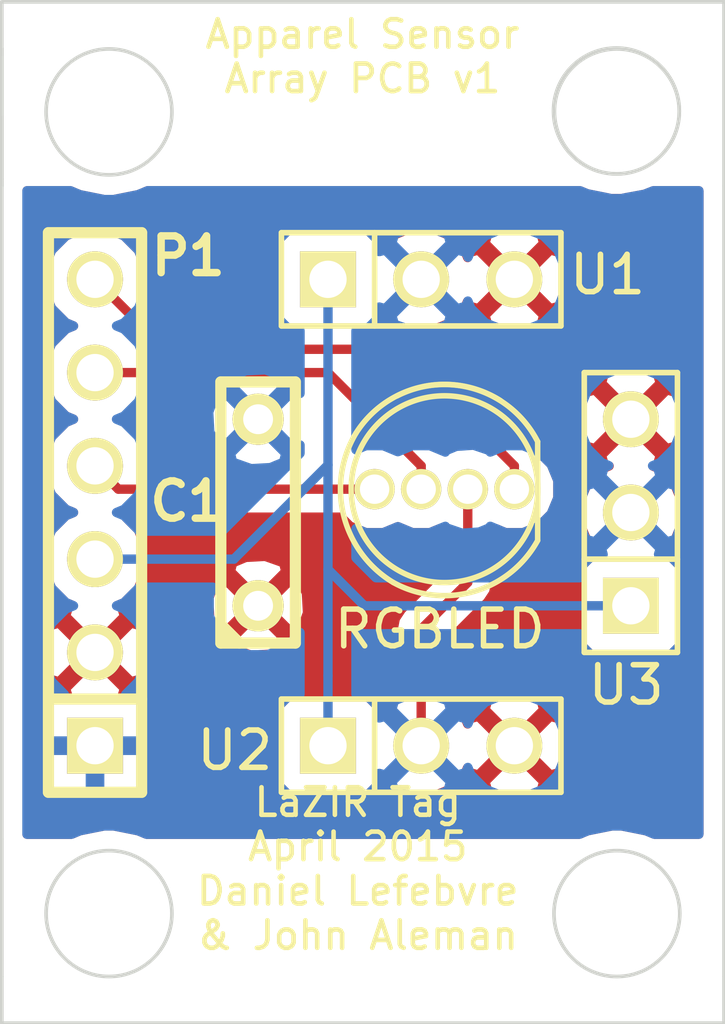
<source format=kicad_pcb>
(kicad_pcb (version 3) (host pcbnew "(2013-07-07 BZR 4022)-stable")

  (general
    (links 15)
    (no_connects 0)
    (area 24.7904 17.158499 48.3362 45.071501)
    (thickness 1.6)
    (drawings 22)
    (tracks 22)
    (zones 0)
    (modules 6)
    (nets 7)
  )

  (page A3)
  (layers
    (15 F.Cu signal)
    (0 B.Cu signal)
    (16 B.Adhes user hide)
    (17 F.Adhes user hide)
    (18 B.Paste user hide)
    (19 F.Paste user hide)
    (20 B.SilkS user hide)
    (21 F.SilkS user)
    (22 B.Mask user hide)
    (23 F.Mask user hide)
    (24 Dwgs.User user hide)
    (25 Cmts.User user hide)
    (26 Eco1.User user hide)
    (27 Eco2.User user hide)
    (28 Edge.Cuts user)
  )

  (setup
    (last_trace_width 0.254)
    (trace_clearance 0.254)
    (zone_clearance 0.508)
    (zone_45_only yes)
    (trace_min 0.254)
    (segment_width 0.2)
    (edge_width 0.1)
    (via_size 0.889)
    (via_drill 0.635)
    (via_min_size 0.889)
    (via_min_drill 0.508)
    (uvia_size 0.508)
    (uvia_drill 0.127)
    (uvias_allowed no)
    (uvia_min_size 0.508)
    (uvia_min_drill 0.127)
    (pcb_text_width 0.3)
    (pcb_text_size 1.5 1.5)
    (mod_edge_width 0.15)
    (mod_text_size 1 1)
    (mod_text_width 0.15)
    (pad_size 1.5 1.5)
    (pad_drill 0.6)
    (pad_to_mask_clearance 0)
    (aux_axis_origin 0 0)
    (visible_elements 7FFFFF31)
    (pcbplotparams
      (layerselection 3178497)
      (usegerberextensions true)
      (excludeedgelayer true)
      (linewidth 0.150000)
      (plotframeref false)
      (viasonmask false)
      (mode 1)
      (useauxorigin false)
      (hpglpennumber 1)
      (hpglpenspeed 20)
      (hpglpendiameter 15)
      (hpglpenoverlay 2)
      (psnegative false)
      (psa4output false)
      (plotreference true)
      (plotvalue true)
      (plotothertext true)
      (plotinvisibletext false)
      (padsonsilk false)
      (subtractmaskfromsilk false)
      (outputformat 1)
      (mirror false)
      (drillshape 1)
      (scaleselection 1)
      (outputdirectory ""))
  )

  (net 0 "")
  (net 1 GND)
  (net 2 N-000001)
  (net 3 N-000002)
  (net 4 N-000005)
  (net 5 N-000006)
  (net 6 VCC)

  (net_class Default "This is the default net class."
    (clearance 0.254)
    (trace_width 0.254)
    (via_dia 0.889)
    (via_drill 0.635)
    (uvia_dia 0.508)
    (uvia_drill 0.127)
    (add_net "")
    (add_net GND)
    (add_net N-000001)
    (add_net N-000002)
    (add_net N-000005)
    (add_net N-000006)
    (add_net VCC)
  )

  (module RGB-Led (layer F.Cu) (tedit 54FCEAFD) (tstamp 54F96B4C)
    (at 38.1 30.48 270)
    (path /54F95F97)
    (fp_text reference U4 (at -1.524 -0.508 360) (layer F.SilkS) hide
      (effects (font (size 1 1) (thickness 0.15)))
    )
    (fp_text value RGBLED (at 3.81 -0.508 360) (layer F.SilkS)
      (effects (font (size 1 1) (thickness 0.15)))
    )
    (fp_line (start 0 -3.175) (end -1.2954 -3.175) (layer F.SilkS) (width 0.15))
    (fp_arc (start 0 -0.635) (end -2.54 0.6604) (angle 90) (layer F.SilkS) (width 0.15))
    (fp_arc (start 0 -0.635) (end -1.524 1.778) (angle 90) (layer F.SilkS) (width 0.15))
    (fp_arc (start 0 -0.762) (end 2.54 0.762) (angle 90) (layer F.SilkS) (width 0.15))
    (fp_arc (start 0 -0.635) (end 1.397 -3.175) (angle 90) (layer F.SilkS) (width 0.15))
    (fp_line (start 0 -3.175) (end 1.397 -3.175) (layer F.SilkS) (width 0.15))
    (fp_circle (center 0 -0.635) (end 2.54 -0.508) (layer F.SilkS) (width 0.15))
    (pad 1 thru_hole circle (at 0 -2.54 270) (size 1.1 1.1) (drill 0.8)
      (layers *.Cu *.Mask F.SilkS)
      (net 5 N-000006)
    )
    (pad 2 thru_hole circle (at 0 -1.27 270) (size 1.1 1.1) (drill 0.8)
      (layers *.Cu *.Mask F.SilkS)
      (net 1 GND)
    )
    (pad 3 thru_hole circle (at 0 0 270) (size 1.1 1.1) (drill 0.8)
      (layers *.Cu *.Mask F.SilkS)
      (net 4 N-000005)
    )
    (pad 4 thru_hole circle (at 0 1.27 270) (size 1.1 1.1) (drill 0.8)
      (layers *.Cu *.Mask F.SilkS)
      (net 3 N-000002)
    )
  )

  (module PIN_ARRAY_3X1 (layer F.Cu) (tedit 54FCEB07) (tstamp 54F96B58)
    (at 38.1 24.765)
    (descr "Connecteur 3 pins")
    (tags "CONN DEV")
    (path /54F95920)
    (fp_text reference U1 (at 5.08 -0.127) (layer F.SilkS)
      (effects (font (size 1.016 1.016) (thickness 0.1524)))
    )
    (fp_text value TSOP38238 (at 0 -3.175) (layer F.SilkS) hide
      (effects (font (size 1.016 1.016) (thickness 0.1524)))
    )
    (fp_line (start -3.81 1.27) (end -3.81 -1.27) (layer F.SilkS) (width 0.1524))
    (fp_line (start -3.81 -1.27) (end 3.81 -1.27) (layer F.SilkS) (width 0.1524))
    (fp_line (start 3.81 -1.27) (end 3.81 1.27) (layer F.SilkS) (width 0.1524))
    (fp_line (start 3.81 1.27) (end -3.81 1.27) (layer F.SilkS) (width 0.1524))
    (fp_line (start -1.27 -1.27) (end -1.27 1.27) (layer F.SilkS) (width 0.1524))
    (pad 1 thru_hole rect (at -2.54 0) (size 1.524 1.524) (drill 1.016)
      (layers *.Cu *.Mask F.SilkS)
      (net 2 N-000001)
    )
    (pad 2 thru_hole circle (at 0 0) (size 1.524 1.524) (drill 1.016)
      (layers *.Cu *.Mask F.SilkS)
      (net 1 GND)
    )
    (pad 3 thru_hole circle (at 2.54 0) (size 1.524 1.524) (drill 1.016)
      (layers *.Cu *.Mask F.SilkS)
      (net 6 VCC)
    )
    (model pin_array/pins_array_3x1.wrl
      (at (xyz 0 0 0))
      (scale (xyz 1 1 1))
      (rotate (xyz 0 0 0))
    )
  )

  (module PIN_ARRAY_3X1 (layer F.Cu) (tedit 54FCEB0A) (tstamp 54F96B64)
    (at 38.1 37.465)
    (descr "Connecteur 3 pins")
    (tags "CONN DEV")
    (path /54F9592F)
    (fp_text reference U2 (at -5.08 0.127) (layer F.SilkS)
      (effects (font (size 1.016 1.016) (thickness 0.1524)))
    )
    (fp_text value TSOP38238 (at 0 3.429) (layer F.SilkS) hide
      (effects (font (size 1.016 1.016) (thickness 0.1524)))
    )
    (fp_line (start -3.81 1.27) (end -3.81 -1.27) (layer F.SilkS) (width 0.1524))
    (fp_line (start -3.81 -1.27) (end 3.81 -1.27) (layer F.SilkS) (width 0.1524))
    (fp_line (start 3.81 -1.27) (end 3.81 1.27) (layer F.SilkS) (width 0.1524))
    (fp_line (start 3.81 1.27) (end -3.81 1.27) (layer F.SilkS) (width 0.1524))
    (fp_line (start -1.27 -1.27) (end -1.27 1.27) (layer F.SilkS) (width 0.1524))
    (pad 1 thru_hole rect (at -2.54 0) (size 1.524 1.524) (drill 1.016)
      (layers *.Cu *.Mask F.SilkS)
      (net 2 N-000001)
    )
    (pad 2 thru_hole circle (at 0 0) (size 1.524 1.524) (drill 1.016)
      (layers *.Cu *.Mask F.SilkS)
      (net 1 GND)
    )
    (pad 3 thru_hole circle (at 2.54 0) (size 1.524 1.524) (drill 1.016)
      (layers *.Cu *.Mask F.SilkS)
      (net 6 VCC)
    )
    (model pin_array/pins_array_3x1.wrl
      (at (xyz 0 0 0))
      (scale (xyz 1 1 1))
      (rotate (xyz 0 0 0))
    )
  )

  (module PIN_ARRAY_3X1 (layer F.Cu) (tedit 54FCEB04) (tstamp 54F96B70)
    (at 43.815 31.115 90)
    (descr "Connecteur 3 pins")
    (tags "CONN DEV")
    (path /54F9593E)
    (fp_text reference U3 (at -4.699 -0.127 180) (layer F.SilkS)
      (effects (font (size 1.016 1.016) (thickness 0.1524)))
    )
    (fp_text value TSOP38238 (at 0.127 3.683 90) (layer F.SilkS) hide
      (effects (font (size 1.016 1.016) (thickness 0.1524)))
    )
    (fp_line (start -3.81 1.27) (end -3.81 -1.27) (layer F.SilkS) (width 0.1524))
    (fp_line (start -3.81 -1.27) (end 3.81 -1.27) (layer F.SilkS) (width 0.1524))
    (fp_line (start 3.81 -1.27) (end 3.81 1.27) (layer F.SilkS) (width 0.1524))
    (fp_line (start 3.81 1.27) (end -3.81 1.27) (layer F.SilkS) (width 0.1524))
    (fp_line (start -1.27 -1.27) (end -1.27 1.27) (layer F.SilkS) (width 0.1524))
    (pad 1 thru_hole rect (at -2.54 0 90) (size 1.524 1.524) (drill 1.016)
      (layers *.Cu *.Mask F.SilkS)
      (net 2 N-000001)
    )
    (pad 2 thru_hole circle (at 0 0 90) (size 1.524 1.524) (drill 1.016)
      (layers *.Cu *.Mask F.SilkS)
      (net 1 GND)
    )
    (pad 3 thru_hole circle (at 2.54 0 90) (size 1.524 1.524) (drill 1.016)
      (layers *.Cu *.Mask F.SilkS)
      (net 6 VCC)
    )
    (model pin_array/pins_array_3x1.wrl
      (at (xyz 0 0 0))
      (scale (xyz 1 1 1))
      (rotate (xyz 0 0 0))
    )
  )

  (module PIN_ARRAY-6X1 (layer F.Cu) (tedit 54FCEAF8) (tstamp 54F96B7F)
    (at 29.21 31.115 90)
    (descr "Connecteur 6 pins")
    (tags "CONN DEV")
    (path /54F95E7E)
    (fp_text reference P1 (at 6.985 2.54 180) (layer F.SilkS)
      (effects (font (size 1 1) (thickness 0.2032)))
    )
    (fp_text value CONN_6 (at -0.127 -3.556 90) (layer F.SilkS) hide
      (effects (font (size 1.016 0.889) (thickness 0.2032)))
    )
    (fp_line (start -7.62 1.27) (end -7.62 -1.27) (layer F.SilkS) (width 0.3048))
    (fp_line (start -7.62 -1.27) (end 7.62 -1.27) (layer F.SilkS) (width 0.3048))
    (fp_line (start 7.62 -1.27) (end 7.62 1.27) (layer F.SilkS) (width 0.3048))
    (fp_line (start 7.62 1.27) (end -7.62 1.27) (layer F.SilkS) (width 0.3048))
    (fp_line (start -5.08 1.27) (end -5.08 -1.27) (layer F.SilkS) (width 0.3048))
    (pad 1 thru_hole rect (at -6.35 0 90) (size 1.524 1.524) (drill 1.016)
      (layers *.Cu *.Mask F.SilkS)
      (net 1 GND)
    )
    (pad 2 thru_hole circle (at -3.81 0 90) (size 1.524 1.524) (drill 1.016)
      (layers *.Cu *.Mask F.SilkS)
      (net 6 VCC)
    )
    (pad 3 thru_hole circle (at -1.27 0 90) (size 1.524 1.524) (drill 1.016)
      (layers *.Cu *.Mask F.SilkS)
      (net 2 N-000001)
    )
    (pad 4 thru_hole circle (at 1.27 0 90) (size 1.524 1.524) (drill 1.016)
      (layers *.Cu *.Mask F.SilkS)
      (net 3 N-000002)
    )
    (pad 5 thru_hole circle (at 3.81 0 90) (size 1.524 1.524) (drill 1.016)
      (layers *.Cu *.Mask F.SilkS)
      (net 4 N-000005)
    )
    (pad 6 thru_hole circle (at 6.35 0 90) (size 1.524 1.524) (drill 1.016)
      (layers *.Cu *.Mask F.SilkS)
      (net 5 N-000006)
    )
    (model pin_array/pins_array_6x1.wrl
      (at (xyz 0 0 0))
      (scale (xyz 1 1 1))
      (rotate (xyz 0 0 0))
    )
  )

  (module C2 (layer F.Cu) (tedit 5540419F) (tstamp 54F96B8A)
    (at 33.655 31.115 90)
    (descr "Condensateur = 2 pas")
    (tags C)
    (path /54F9605B)
    (fp_text reference C1 (at 0.3048 -1.9304 180) (layer F.SilkS)
      (effects (font (size 1.016 1.016) (thickness 0.2032)))
    )
    (fp_text value "200 uF" (at 0.127 -1.905 90) (layer F.SilkS) hide
      (effects (font (size 1.016 1.016) (thickness 0.2032)))
    )
    (fp_line (start -3.556 -1.016) (end 3.556 -1.016) (layer F.SilkS) (width 0.3048))
    (fp_line (start 3.556 -1.016) (end 3.556 1.016) (layer F.SilkS) (width 0.3048))
    (fp_line (start 3.556 1.016) (end -3.556 1.016) (layer F.SilkS) (width 0.3048))
    (fp_line (start -3.556 1.016) (end -3.556 -1.016) (layer F.SilkS) (width 0.3048))
    (fp_line (start -3.556 -0.508) (end -3.048 -1.016) (layer F.SilkS) (width 0.3048))
    (pad 1 thru_hole circle (at -2.54 0 90) (size 1.397 1.397) (drill 0.8128)
      (layers *.Cu *.Mask F.SilkS)
      (net 6 VCC)
    )
    (pad 2 thru_hole circle (at 2.54 0 90) (size 1.397 1.397) (drill 0.8128)
      (layers *.Cu *.Mask F.SilkS)
      (net 1 GND)
    )
    (model discret/capa_2pas_5x5mm.wrl
      (at (xyz 0 0 0))
      (scale (xyz 1 1 1))
      (rotate (xyz 0 0 0))
    )
  )

  (gr_circle (center 43.434 20.193) (end 41.7322 20.1676) (layer Edge.Cuts) (width 0.1))
  (gr_line (start 46.355 17.2085) (end 46.355 18.4785) (angle 90) (layer Edge.Cuts) (width 0.1))
  (gr_line (start 26.67 17.2085) (end 46.355 17.2085) (angle 90) (layer Edge.Cuts) (width 0.1))
  (gr_line (start 26.67 22.225) (end 26.67 17.2085) (angle 90) (layer Edge.Cuts) (width 0.1))
  (gr_line (start 46.355 45.0215) (end 46.355 43.7515) (angle 90) (layer Edge.Cuts) (width 0.1))
  (gr_line (start 26.67 45.0215) (end 46.355 45.0215) (angle 90) (layer Edge.Cuts) (width 0.1))
  (gr_line (start 26.67 45.0215) (end 26.67 43.7515) (angle 90) (layer Edge.Cuts) (width 0.1))
  (gr_circle (center 43.434 42.037) (end 45.1485 42.037) (layer Edge.Cuts) (width 0.1))
  (gr_circle (center 29.591 42.037) (end 31.3055 42.037) (layer Edge.Cuts) (width 0.1))
  (gr_circle (center 43.4213 20.1803) (end 43.4213 18.4658) (layer Edge.Cuts) (width 0.1))
  (gr_circle (center 29.591 20.2057) (end 27.8765 20.2057) (layer Edge.Cuts) (width 0.1))
  (gr_line (start 26.67 22.0345) (end 26.67 20.32) (angle 90) (layer Edge.Cuts) (width 0.1))
  (gr_line (start 26.67 22.225) (end 26.67 22.0345) (angle 90) (layer Edge.Cuts) (width 0.1))
  (gr_line (start 26.67 18.4785) (end 26.67 18.669) (angle 90) (layer Edge.Cuts) (width 0.1))
  (gr_line (start 46.355 18.4785) (end 46.355 22.225) (angle 90) (layer Edge.Cuts) (width 0.1))
  (gr_line (start 26.67 22.225) (end 26.67 18.4785) (angle 90) (layer Edge.Cuts) (width 0.1))
  (gr_line (start 46.355 43.7515) (end 46.355 40.005) (angle 90) (layer Edge.Cuts) (width 0.1))
  (gr_line (start 26.67 40.005) (end 26.67 43.7515) (angle 90) (layer Edge.Cuts) (width 0.1))
  (gr_text "Apparel Sensor\nArray PCB v1" (at 36.4998 18.6944) (layer F.SilkS)
    (effects (font (size 0.75 0.75) (thickness 0.125)))
  )
  (gr_text "LaZIR Tag\nApril 2015\nDaniel Lefebvre\n& John Aleman" (at 36.3728 40.8178) (layer F.SilkS)
    (effects (font (size 0.75 0.75) (thickness 0.125)))
  )
  (gr_line (start 26.67 40.005) (end 26.67 22.225) (angle 90) (layer Edge.Cuts) (width 0.1))
  (gr_line (start 46.355 22.225) (end 46.355 40.005) (angle 90) (layer Edge.Cuts) (width 0.1))

  (segment (start 38.1 34.29) (end 38.1 37.465) (width 0.254) (layer F.Cu) (net 1) (tstamp 54FCC316))
  (segment (start 39.37 33.02) (end 38.1 34.29) (width 0.254) (layer F.Cu) (net 1) (tstamp 54FCC312))
  (segment (start 39.37 30.48) (end 39.37 33.02) (width 0.254) (layer F.Cu) (net 1))
  (segment (start 40.005 33.655) (end 36.5506 33.655) (width 0.254) (layer B.Cu) (net 2))
  (segment (start 36.5506 33.655) (end 35.56 32.6644) (width 0.254) (layer B.Cu) (net 2) (tstamp 55404EEC))
  (segment (start 31.115 32.385) (end 32.9946 32.385) (width 0.254) (layer B.Cu) (net 2))
  (segment (start 32.9946 32.385) (end 35.56 29.8196) (width 0.254) (layer B.Cu) (net 2) (tstamp 55404EE3))
  (segment (start 40.005 33.655) (end 43.815 33.655) (width 0.254) (layer B.Cu) (net 2) (tstamp 54FCC244))
  (segment (start 35.56 35.56) (end 35.56 32.6644) (width 0.254) (layer B.Cu) (net 2))
  (segment (start 35.56 32.6644) (end 35.56 29.8196) (width 0.254) (layer B.Cu) (net 2) (tstamp 55404EEF))
  (segment (start 35.56 29.8196) (end 35.56 24.765) (width 0.254) (layer B.Cu) (net 2) (tstamp 55404EE9))
  (segment (start 29.21 32.385) (end 31.115 32.385) (width 0.254) (layer B.Cu) (net 2))
  (segment (start 35.56 35.56) (end 35.56 37.465) (width 0.254) (layer B.Cu) (net 2) (tstamp 54FCC239))
  (segment (start 36.83 30.48) (end 29.845 30.48) (width 0.254) (layer F.Cu) (net 3))
  (segment (start 29.845 30.48) (end 29.21 29.845) (width 0.254) (layer F.Cu) (net 3) (tstamp 54FCC217))
  (segment (start 38.1 30.48) (end 38.1 29.845) (width 0.254) (layer F.Cu) (net 4))
  (segment (start 38.1 29.845) (end 35.56 27.305) (width 0.254) (layer F.Cu) (net 4) (tstamp 54FCC21C))
  (segment (start 35.56 27.305) (end 29.21 27.305) (width 0.254) (layer F.Cu) (net 4) (tstamp 54FCC222))
  (segment (start 40.64 30.48) (end 40.64 29.845) (width 0.254) (layer F.Cu) (net 5))
  (segment (start 40.64 29.845) (end 37.465 26.67) (width 0.254) (layer F.Cu) (net 5) (tstamp 54FCC226))
  (segment (start 37.465 26.67) (end 31.115 26.67) (width 0.254) (layer F.Cu) (net 5) (tstamp 54FCC228))
  (segment (start 31.115 26.67) (end 29.21 24.765) (width 0.254) (layer F.Cu) (net 5) (tstamp 54FCC22A))

  (zone (net 1) (net_name GND) (layer B.Cu) (tstamp 54FCC260) (hatch edge 0.508)
    (connect_pads (clearance 0.508))
    (min_thickness 0.254)
    (fill (arc_segments 16) (thermal_gap 0.508) (thermal_bridge_width 0.508))
    (polygon
      (pts
        (xy 46.355 40.005) (xy 26.67 40.005) (xy 26.67 22.225) (xy 46.355 22.225)
      )
    )
    (filled_polygon
      (pts
        (xy 39.455107 30.357217) (xy 39.454892 30.602997) (xy 39.384142 30.673747) (xy 39.37 30.659605) (xy 39.355857 30.673747)
        (xy 39.284892 30.602782) (xy 39.285107 30.357002) (xy 39.355857 30.286252) (xy 39.37 30.300395) (xy 39.384142 30.286252)
        (xy 39.455107 30.357217)
      )
    )
    (filled_polygon
      (pts
        (xy 45.67 39.878) (xy 45.224143 39.878) (xy 45.224143 31.322696) (xy 45.212241 31.08491) (xy 45.212241 28.298339)
        (xy 45.000009 27.784697) (xy 44.60737 27.391372) (xy 44.094099 27.178244) (xy 43.538339 27.177759) (xy 43.024697 27.389991)
        (xy 42.631372 27.78263) (xy 42.418244 28.295901) (xy 42.417759 28.851661) (xy 42.629991 29.365303) (xy 43.02263 29.758628)
        (xy 43.21473 29.838394) (xy 43.083858 29.892604) (xy 43.014393 30.134788) (xy 43.815 30.935395) (xy 44.615607 30.134788)
        (xy 44.546142 29.892604) (xy 44.405678 29.842491) (xy 44.605303 29.760009) (xy 44.998628 29.36737) (xy 45.211756 28.854099)
        (xy 45.212241 28.298339) (xy 45.212241 31.08491) (xy 45.19636 30.767631) (xy 45.037396 30.383858) (xy 44.795212 30.314393)
        (xy 43.994605 31.115) (xy 44.795212 31.915607) (xy 45.037396 31.846142) (xy 45.224143 31.322696) (xy 45.224143 39.878)
        (xy 45.21211 39.878) (xy 45.21211 34.291245) (xy 45.21211 32.767245) (xy 45.115641 32.533771) (xy 44.937168 32.354987)
        (xy 44.703864 32.258111) (xy 44.568916 32.257992) (xy 44.615607 32.095212) (xy 43.815 31.294605) (xy 43.635395 31.47421)
        (xy 43.635395 31.115) (xy 42.834788 30.314393) (xy 42.592604 30.383858) (xy 42.405857 30.907304) (xy 42.43364 31.462369)
        (xy 42.592604 31.846142) (xy 42.834788 31.915607) (xy 43.635395 31.115) (xy 43.635395 31.47421) (xy 43.014393 32.095212)
        (xy 43.061053 32.25789) (xy 42.927245 32.25789) (xy 42.693771 32.354359) (xy 42.514987 32.532832) (xy 42.418111 32.766136)
        (xy 42.418 32.893) (xy 42.037241 32.893) (xy 42.037241 24.488339) (xy 41.825009 23.974697) (xy 41.43237 23.581372)
        (xy 40.919099 23.368244) (xy 40.363339 23.367759) (xy 39.849697 23.579991) (xy 39.456372 23.97263) (xy 39.376605 24.16473)
        (xy 39.322396 24.033858) (xy 39.080212 23.964393) (xy 38.900607 24.143998) (xy 38.900607 23.784788) (xy 38.831142 23.542604)
        (xy 38.307696 23.355857) (xy 37.752631 23.38364) (xy 37.368858 23.542604) (xy 37.299393 23.784788) (xy 38.1 24.585395)
        (xy 38.900607 23.784788) (xy 38.900607 24.143998) (xy 38.279605 24.765) (xy 39.080212 25.565607) (xy 39.322396 25.496142)
        (xy 39.372508 25.355678) (xy 39.454991 25.555303) (xy 39.84763 25.948628) (xy 40.360901 26.161756) (xy 40.916661 26.162241)
        (xy 41.430303 25.950009) (xy 41.823628 25.55737) (xy 42.036756 25.044099) (xy 42.037241 24.488339) (xy 42.037241 32.893)
        (xy 40.005 32.893) (xy 36.86623 32.893) (xy 36.322 32.348769) (xy 36.322 31.552158) (xy 36.593255 31.664793)
        (xy 37.064677 31.665205) (xy 37.465447 31.499609) (xy 37.863255 31.664793) (xy 38.334677 31.665205) (xy 38.759244 31.489776)
        (xy 38.766509 31.5267) (xy 39.213002 31.677971) (xy 39.683396 31.646861) (xy 39.973491 31.5267) (xy 39.980831 31.489388)
        (xy 40.403255 31.664793) (xy 40.874677 31.665205) (xy 41.310371 31.485179) (xy 41.644008 31.152125) (xy 41.824793 30.716745)
        (xy 41.825205 30.245323) (xy 41.645179 29.809629) (xy 41.312125 29.475992) (xy 40.876745 29.295207) (xy 40.405323 29.294795)
        (xy 39.980755 29.470223) (xy 39.973491 29.4333) (xy 39.526998 29.282029) (xy 39.056604 29.313139) (xy 38.900607 29.377754)
        (xy 38.900607 25.745212) (xy 38.1 24.944605) (xy 37.299393 25.745212) (xy 37.368858 25.987396) (xy 37.892304 26.174143)
        (xy 38.447369 26.14636) (xy 38.831142 25.987396) (xy 38.900607 25.745212) (xy 38.900607 29.377754) (xy 38.766509 29.4333)
        (xy 38.759168 29.470611) (xy 38.336745 29.295207) (xy 37.865323 29.294795) (xy 37.464552 29.46039) (xy 37.066745 29.295207)
        (xy 36.595323 29.294795) (xy 36.322 29.40773) (xy 36.322 26.16211) (xy 36.447755 26.16211) (xy 36.681229 26.065641)
        (xy 36.860013 25.887168) (xy 36.956889 25.653864) (xy 36.957007 25.518916) (xy 37.119788 25.565607) (xy 37.920395 24.765)
        (xy 37.119788 23.964393) (xy 36.95711 24.011053) (xy 36.95711 23.877245) (xy 36.860641 23.643771) (xy 36.682168 23.464987)
        (xy 36.448864 23.368111) (xy 36.196245 23.36789) (xy 34.672245 23.36789) (xy 34.438771 23.464359) (xy 34.259987 23.642832)
        (xy 34.163111 23.876136) (xy 34.16289 24.128755) (xy 34.16289 25.652755) (xy 34.259359 25.886229) (xy 34.437832 26.065013)
        (xy 34.671136 26.161889) (xy 34.798 26.161999) (xy 34.798 27.875059) (xy 34.589186 27.820419) (xy 34.409581 28.000024)
        (xy 34.409581 27.640814) (xy 34.347928 27.405202) (xy 33.84752 27.229076) (xy 33.317802 27.257854) (xy 32.962072 27.405202)
        (xy 32.900419 27.640814) (xy 33.655 28.395395) (xy 34.409581 27.640814) (xy 34.409581 28.000024) (xy 33.834605 28.575)
        (xy 34.589186 29.329581) (xy 34.798 29.27494) (xy 34.798 29.503969) (xy 34.409581 29.892388) (xy 34.409581 29.509186)
        (xy 33.655 28.754605) (xy 33.475395 28.93421) (xy 33.475395 28.575) (xy 32.720814 27.820419) (xy 32.485202 27.882072)
        (xy 32.309076 28.38248) (xy 32.337854 28.912198) (xy 32.485202 29.267928) (xy 32.720814 29.329581) (xy 33.475395 28.575)
        (xy 33.475395 28.93421) (xy 32.900419 29.509186) (xy 32.962072 29.744798) (xy 33.46248 29.920924) (xy 33.992198 29.892146)
        (xy 34.347928 29.744798) (xy 34.409581 29.509186) (xy 34.409581 29.892388) (xy 32.678969 31.623) (xy 31.115 31.623)
        (xy 30.406703 31.623) (xy 30.395009 31.594697) (xy 30.00237 31.201372) (xy 29.794485 31.11505) (xy 30.000303 31.030009)
        (xy 30.393628 30.63737) (xy 30.606756 30.124099) (xy 30.607241 29.568339) (xy 30.395009 29.054697) (xy 30.00237 28.661372)
        (xy 29.794485 28.57505) (xy 30.000303 28.490009) (xy 30.393628 28.09737) (xy 30.606756 27.584099) (xy 30.607241 27.028339)
        (xy 30.395009 26.514697) (xy 30.00237 26.121372) (xy 29.794485 26.03505) (xy 30.000303 25.950009) (xy 30.393628 25.55737)
        (xy 30.606756 25.044099) (xy 30.607241 24.488339) (xy 30.395009 23.974697) (xy 30.00237 23.581372) (xy 29.489099 23.368244)
        (xy 28.933339 23.367759) (xy 28.419697 23.579991) (xy 28.026372 23.97263) (xy 27.813244 24.485901) (xy 27.812759 25.041661)
        (xy 28.024991 25.555303) (xy 28.41763 25.948628) (xy 28.625514 26.034949) (xy 28.419697 26.119991) (xy 28.026372 26.51263)
        (xy 27.813244 27.025901) (xy 27.812759 27.581661) (xy 28.024991 28.095303) (xy 28.41763 28.488628) (xy 28.625514 28.574949)
        (xy 28.419697 28.659991) (xy 28.026372 29.05263) (xy 27.813244 29.565901) (xy 27.812759 30.121661) (xy 28.024991 30.635303)
        (xy 28.41763 31.028628) (xy 28.625514 31.114949) (xy 28.419697 31.199991) (xy 28.026372 31.59263) (xy 27.813244 32.105901)
        (xy 27.812759 32.661661) (xy 28.024991 33.175303) (xy 28.41763 33.568628) (xy 28.625514 33.654949) (xy 28.419697 33.739991)
        (xy 28.026372 34.13263) (xy 27.813244 34.645901) (xy 27.812759 35.201661) (xy 28.024991 35.715303) (xy 28.377134 36.068062)
        (xy 28.321136 36.068111) (xy 28.087832 36.164987) (xy 27.909359 36.343771) (xy 27.81289 36.577245) (xy 27.813 37.17925)
        (xy 27.97175 37.338) (xy 29.083 37.338) (xy 29.083 37.318) (xy 29.337 37.318) (xy 29.337 37.338)
        (xy 30.44825 37.338) (xy 30.607 37.17925) (xy 30.60711 36.577245) (xy 30.510641 36.343771) (xy 30.332168 36.164987)
        (xy 30.098864 36.068111) (xy 30.042323 36.068061) (xy 30.393628 35.71737) (xy 30.606756 35.204099) (xy 30.607241 34.648339)
        (xy 30.395009 34.134697) (xy 30.00237 33.741372) (xy 29.794485 33.65505) (xy 30.000303 33.570009) (xy 30.393628 33.17737)
        (xy 30.406238 33.147) (xy 31.115 33.147) (xy 32.422048 33.147) (xy 32.321733 33.388587) (xy 32.32127 33.919086)
        (xy 32.523855 34.40938) (xy 32.898647 34.784826) (xy 33.388587 34.988267) (xy 33.919086 34.98873) (xy 34.40938 34.786145)
        (xy 34.784826 34.411353) (xy 34.798 34.379626) (xy 34.798 35.56) (xy 34.798 36.06789) (xy 34.672245 36.06789)
        (xy 34.438771 36.164359) (xy 34.259987 36.342832) (xy 34.163111 36.576136) (xy 34.16289 36.828755) (xy 34.16289 38.352755)
        (xy 34.259359 38.586229) (xy 34.437832 38.765013) (xy 34.671136 38.861889) (xy 34.923755 38.86211) (xy 36.447755 38.86211)
        (xy 36.681229 38.765641) (xy 36.860013 38.587168) (xy 36.956889 38.353864) (xy 36.957007 38.218916) (xy 37.119788 38.265607)
        (xy 37.920395 37.465) (xy 37.119788 36.664393) (xy 36.95711 36.711053) (xy 36.95711 36.577245) (xy 36.860641 36.343771)
        (xy 36.682168 36.164987) (xy 36.448864 36.068111) (xy 36.322 36.068) (xy 36.322 35.56) (xy 36.322 34.371528)
        (xy 36.550599 34.416999) (xy 36.5506 34.417) (xy 40.005 34.417) (xy 42.41789 34.417) (xy 42.41789 34.542755)
        (xy 42.514359 34.776229) (xy 42.692832 34.955013) (xy 42.926136 35.051889) (xy 43.178755 35.05211) (xy 44.702755 35.05211)
        (xy 44.936229 34.955641) (xy 45.115013 34.777168) (xy 45.211889 34.543864) (xy 45.21211 34.291245) (xy 45.21211 39.878)
        (xy 44.457787 39.878) (xy 44.223161 39.781055) (xy 44.220204 39.781057) (xy 43.569503 39.651034) (xy 43.566936 39.649974)
        (xy 43.299663 39.650207) (xy 42.643666 39.781288) (xy 42.410758 39.878) (xy 42.037241 39.878) (xy 42.037241 37.188339)
        (xy 41.825009 36.674697) (xy 41.43237 36.281372) (xy 40.919099 36.068244) (xy 40.363339 36.067759) (xy 39.849697 36.279991)
        (xy 39.456372 36.67263) (xy 39.376605 36.86473) (xy 39.322396 36.733858) (xy 39.080212 36.664393) (xy 38.900607 36.843998)
        (xy 38.900607 36.484788) (xy 38.831142 36.242604) (xy 38.307696 36.055857) (xy 37.752631 36.08364) (xy 37.368858 36.242604)
        (xy 37.299393 36.484788) (xy 38.1 37.285395) (xy 38.900607 36.484788) (xy 38.900607 36.843998) (xy 38.279605 37.465)
        (xy 39.080212 38.265607) (xy 39.322396 38.196142) (xy 39.372508 38.055678) (xy 39.454991 38.255303) (xy 39.84763 38.648628)
        (xy 40.360901 38.861756) (xy 40.916661 38.862241) (xy 41.430303 38.650009) (xy 41.823628 38.25737) (xy 42.036756 37.744099)
        (xy 42.037241 37.188339) (xy 42.037241 39.878) (xy 38.900607 39.878) (xy 38.900607 38.445212) (xy 38.1 37.644605)
        (xy 37.299393 38.445212) (xy 37.368858 38.687396) (xy 37.892304 38.874143) (xy 38.447369 38.84636) (xy 38.831142 38.687396)
        (xy 38.900607 38.445212) (xy 38.900607 39.878) (xy 30.614787 39.878) (xy 30.60711 39.874827) (xy 30.60711 38.352755)
        (xy 30.607 37.75075) (xy 30.44825 37.592) (xy 29.337 37.592) (xy 29.337 38.70325) (xy 29.49575 38.862)
        (xy 29.846245 38.86211) (xy 30.098864 38.861889) (xy 30.332168 38.765013) (xy 30.510641 38.586229) (xy 30.60711 38.352755)
        (xy 30.60711 39.874827) (xy 30.380161 39.781055) (xy 30.377204 39.781057) (xy 29.726503 39.651034) (xy 29.723936 39.649974)
        (xy 29.456663 39.650207) (xy 29.083 39.724872) (xy 29.083 38.70325) (xy 29.083 37.592) (xy 27.97175 37.592)
        (xy 27.813 37.75075) (xy 27.81289 38.352755) (xy 27.909359 38.586229) (xy 28.087832 38.765013) (xy 28.321136 38.861889)
        (xy 28.573755 38.86211) (xy 28.92425 38.862) (xy 29.083 38.70325) (xy 29.083 39.724872) (xy 28.800666 39.781288)
        (xy 28.567758 39.878) (xy 27.355 39.878) (xy 27.355 22.352) (xy 28.544505 22.352) (xy 28.551741 22.356825)
        (xy 28.553827 22.358915) (xy 28.800666 22.461412) (xy 29.456663 22.592493) (xy 29.723936 22.592726) (xy 29.726503 22.591665)
        (xy 30.377204 22.461642) (xy 30.380161 22.461645) (xy 30.627179 22.35958) (xy 30.638544 22.352) (xy 42.428643 22.352)
        (xy 42.630966 22.436012) (xy 43.14039 22.537805) (xy 43.264735 22.564462) (xy 43.265011 22.564581) (xy 43.275144 22.564731)
        (xy 43.286963 22.567093) (xy 43.443521 22.567229) (xy 43.532256 22.568546) (xy 43.538975 22.567312) (xy 43.554236 22.567326)
        (xy 43.556803 22.566265) (xy 43.693386 22.538973) (xy 44.185142 22.448719) (xy 44.185439 22.448724) (xy 44.429116 22.352)
        (xy 45.67 22.352) (xy 45.67 39.878)
      )
    )
  )
  (zone (net 6) (net_name VCC) (layer F.Cu) (tstamp 54FCC30A) (hatch edge 0.508)
    (connect_pads (clearance 0.508))
    (min_thickness 0.254)
    (fill (arc_segments 16) (thermal_gap 0.508) (thermal_bridge_width 0.508))
    (polygon
      (pts
        (xy 46.355 40.005) (xy 26.67 40.005) (xy 26.67 22.225) (xy 46.355 22.225)
      )
    )
    (filled_polygon
      (pts
        (xy 45.67 39.878) (xy 45.224143 39.878) (xy 45.224143 28.782696) (xy 45.19636 28.227631) (xy 45.037396 27.843858)
        (xy 44.795212 27.774393) (xy 44.615607 27.953998) (xy 44.615607 27.594788) (xy 44.546142 27.352604) (xy 44.022696 27.165857)
        (xy 43.467631 27.19364) (xy 43.083858 27.352604) (xy 43.014393 27.594788) (xy 43.815 28.395395) (xy 44.615607 27.594788)
        (xy 44.615607 27.953998) (xy 43.994605 28.575) (xy 44.795212 29.375607) (xy 45.037396 29.306142) (xy 45.224143 28.782696)
        (xy 45.224143 39.878) (xy 45.212241 39.878) (xy 45.212241 30.838339) (xy 45.000009 30.324697) (xy 44.60737 29.931372)
        (xy 44.415269 29.851605) (xy 44.546142 29.797396) (xy 44.615607 29.555212) (xy 43.815 28.754605) (xy 43.635395 28.93421)
        (xy 43.635395 28.575) (xy 42.834788 27.774393) (xy 42.592604 27.843858) (xy 42.405857 28.367304) (xy 42.43364 28.922369)
        (xy 42.592604 29.306142) (xy 42.834788 29.375607) (xy 43.635395 28.575) (xy 43.635395 28.93421) (xy 43.014393 29.555212)
        (xy 43.083858 29.797396) (xy 43.224321 29.847508) (xy 43.024697 29.929991) (xy 42.631372 30.32263) (xy 42.418244 30.835901)
        (xy 42.417759 31.391661) (xy 42.629991 31.905303) (xy 42.981963 32.25789) (xy 42.927245 32.25789) (xy 42.693771 32.354359)
        (xy 42.514987 32.532832) (xy 42.418111 32.766136) (xy 42.41789 33.018755) (xy 42.41789 34.542755) (xy 42.514359 34.776229)
        (xy 42.692832 34.955013) (xy 42.926136 35.051889) (xy 43.178755 35.05211) (xy 44.702755 35.05211) (xy 44.936229 34.955641)
        (xy 45.115013 34.777168) (xy 45.211889 34.543864) (xy 45.21211 34.291245) (xy 45.21211 32.767245) (xy 45.115641 32.533771)
        (xy 44.937168 32.354987) (xy 44.703864 32.258111) (xy 44.647323 32.258061) (xy 44.998628 31.90737) (xy 45.211756 31.394099)
        (xy 45.212241 30.838339) (xy 45.212241 39.878) (xy 44.457787 39.878) (xy 44.223161 39.781055) (xy 44.220204 39.781057)
        (xy 43.569503 39.651034) (xy 43.566936 39.649974) (xy 43.299663 39.650207) (xy 42.643666 39.781288) (xy 42.410758 39.878)
        (xy 42.049143 39.878) (xy 42.049143 37.672696) (xy 42.049143 24.972696) (xy 42.02136 24.417631) (xy 41.862396 24.033858)
        (xy 41.620212 23.964393) (xy 41.440607 24.143998) (xy 41.440607 23.784788) (xy 41.371142 23.542604) (xy 40.847696 23.355857)
        (xy 40.292631 23.38364) (xy 39.908858 23.542604) (xy 39.839393 23.784788) (xy 40.64 24.585395) (xy 41.440607 23.784788)
        (xy 41.440607 24.143998) (xy 40.819605 24.765) (xy 41.620212 25.565607) (xy 41.862396 25.496142) (xy 42.049143 24.972696)
        (xy 42.049143 37.672696) (xy 42.02136 37.117631) (xy 41.862396 36.733858) (xy 41.825205 36.72319) (xy 41.825205 30.245323)
        (xy 41.645179 29.809629) (xy 41.440607 29.604698) (xy 41.440607 25.745212) (xy 40.64 24.944605) (xy 39.839393 25.745212)
        (xy 39.908858 25.987396) (xy 40.432304 26.174143) (xy 40.987369 26.14636) (xy 41.371142 25.987396) (xy 41.440607 25.745212)
        (xy 41.440607 29.604698) (xy 41.312125 29.475992) (xy 41.284655 29.464585) (xy 41.178815 29.306185) (xy 38.034572 26.161942)
        (xy 38.376661 26.162241) (xy 38.890303 25.950009) (xy 39.283628 25.55737) (xy 39.363394 25.365269) (xy 39.417604 25.496142)
        (xy 39.659788 25.565607) (xy 40.460395 24.765) (xy 39.659788 23.964393) (xy 39.417604 24.033858) (xy 39.367491 24.174321)
        (xy 39.285009 23.974697) (xy 38.89237 23.581372) (xy 38.379099 23.368244) (xy 37.823339 23.367759) (xy 37.309697 23.579991)
        (xy 36.95711 23.931963) (xy 36.95711 23.877245) (xy 36.860641 23.643771) (xy 36.682168 23.464987) (xy 36.448864 23.368111)
        (xy 36.196245 23.36789) (xy 34.672245 23.36789) (xy 34.438771 23.464359) (xy 34.259987 23.642832) (xy 34.163111 23.876136)
        (xy 34.16289 24.128755) (xy 34.16289 25.652755) (xy 34.259359 25.886229) (xy 34.281092 25.908) (xy 31.43063 25.908)
        (xy 30.595012 25.072381) (xy 30.606756 25.044099) (xy 30.607241 24.488339) (xy 30.395009 23.974697) (xy 30.00237 23.581372)
        (xy 29.489099 23.368244) (xy 28.933339 23.367759) (xy 28.419697 23.579991) (xy 28.026372 23.97263) (xy 27.813244 24.485901)
        (xy 27.812759 25.041661) (xy 28.024991 25.555303) (xy 28.41763 25.948628) (xy 28.625514 26.034949) (xy 28.419697 26.119991)
        (xy 28.026372 26.51263) (xy 27.813244 27.025901) (xy 27.812759 27.581661) (xy 28.024991 28.095303) (xy 28.41763 28.488628)
        (xy 28.625514 28.574949) (xy 28.419697 28.659991) (xy 28.026372 29.05263) (xy 27.813244 29.565901) (xy 27.812759 30.121661)
        (xy 28.024991 30.635303) (xy 28.41763 31.028628) (xy 28.625514 31.114949) (xy 28.419697 31.199991) (xy 28.026372 31.59263)
        (xy 27.813244 32.105901) (xy 27.812759 32.661661) (xy 28.024991 33.175303) (xy 28.41763 33.568628) (xy 28.60973 33.648394)
        (xy 28.478858 33.702604) (xy 28.409393 33.944788) (xy 29.21 34.745395) (xy 30.010607 33.944788) (xy 29.941142 33.702604)
        (xy 29.800678 33.652491) (xy 30.000303 33.570009) (xy 30.393628 33.17737) (xy 30.606756 32.664099) (xy 30.607241 32.108339)
        (xy 30.395009 31.594697) (xy 30.042927 31.242) (xy 35.916289 31.242) (xy 36.157875 31.484008) (xy 36.593255 31.664793)
        (xy 37.064677 31.665205) (xy 37.465447 31.499609) (xy 37.863255 31.664793) (xy 38.334677 31.665205) (xy 38.608 31.552269)
        (xy 38.608 32.704369) (xy 37.561185 33.751185) (xy 37.396004 33.998395) (xy 37.338 34.29) (xy 37.338 36.268296)
        (xy 37.309697 36.279991) (xy 36.95711 36.631963) (xy 36.95711 36.577245) (xy 36.860641 36.343771) (xy 36.682168 36.164987)
        (xy 36.448864 36.068111) (xy 36.196245 36.06789) (xy 35.000924 36.06789) (xy 35.000924 33.84752) (xy 34.972146 33.317802)
        (xy 34.824798 32.962072) (xy 34.589186 32.900419) (xy 34.409581 33.080024) (xy 34.409581 32.720814) (xy 34.347928 32.485202)
        (xy 33.84752 32.309076) (xy 33.317802 32.337854) (xy 32.962072 32.485202) (xy 32.900419 32.720814) (xy 33.655 33.475395)
        (xy 34.409581 32.720814) (xy 34.409581 33.080024) (xy 33.834605 33.655) (xy 34.589186 34.409581) (xy 34.824798 34.347928)
        (xy 35.000924 33.84752) (xy 35.000924 36.06789) (xy 34.672245 36.06789) (xy 34.438771 36.164359) (xy 34.409581 36.193498)
        (xy 34.409581 34.589186) (xy 33.655 33.834605) (xy 33.475395 34.01421) (xy 33.475395 33.655) (xy 32.720814 32.900419)
        (xy 32.485202 32.962072) (xy 32.309076 33.46248) (xy 32.337854 33.992198) (xy 32.485202 34.347928) (xy 32.720814 34.409581)
        (xy 33.475395 33.655) (xy 33.475395 34.01421) (xy 32.900419 34.589186) (xy 32.962072 34.824798) (xy 33.46248 35.000924)
        (xy 33.992198 34.972146) (xy 34.347928 34.824798) (xy 34.409581 34.589186) (xy 34.409581 36.193498) (xy 34.259987 36.342832)
        (xy 34.163111 36.576136) (xy 34.16289 36.828755) (xy 34.16289 38.352755) (xy 34.259359 38.586229) (xy 34.437832 38.765013)
        (xy 34.671136 38.861889) (xy 34.923755 38.86211) (xy 36.447755 38.86211) (xy 36.681229 38.765641) (xy 36.860013 38.587168)
        (xy 36.956889 38.353864) (xy 36.956938 38.297323) (xy 37.30763 38.648628) (xy 37.820901 38.861756) (xy 38.376661 38.862241)
        (xy 38.890303 38.650009) (xy 39.283628 38.25737) (xy 39.363394 38.065269) (xy 39.417604 38.196142) (xy 39.659788 38.265607)
        (xy 40.460395 37.465) (xy 39.659788 36.664393) (xy 39.417604 36.733858) (xy 39.367491 36.874321) (xy 39.285009 36.674697)
        (xy 38.89237 36.281372) (xy 38.862 36.268761) (xy 38.862 34.60563) (xy 39.908815 33.558816) (xy 39.908815 33.558815)
        (xy 40.073996 33.311605) (xy 40.131999 33.02) (xy 40.132 33.02) (xy 40.132 31.552158) (xy 40.403255 31.664793)
        (xy 40.874677 31.665205) (xy 41.310371 31.485179) (xy 41.644008 31.152125) (xy 41.824793 30.716745) (xy 41.825205 30.245323)
        (xy 41.825205 36.72319) (xy 41.620212 36.664393) (xy 41.440607 36.843998) (xy 41.440607 36.484788) (xy 41.371142 36.242604)
        (xy 40.847696 36.055857) (xy 40.292631 36.08364) (xy 39.908858 36.242604) (xy 39.839393 36.484788) (xy 40.64 37.285395)
        (xy 41.440607 36.484788) (xy 41.440607 36.843998) (xy 40.819605 37.465) (xy 41.620212 38.265607) (xy 41.862396 38.196142)
        (xy 42.049143 37.672696) (xy 42.049143 39.878) (xy 41.440607 39.878) (xy 41.440607 38.445212) (xy 40.64 37.644605)
        (xy 39.839393 38.445212) (xy 39.908858 38.687396) (xy 40.432304 38.874143) (xy 40.987369 38.84636) (xy 41.371142 38.687396)
        (xy 41.440607 38.445212) (xy 41.440607 39.878) (xy 30.619143 39.878) (xy 30.619143 35.132696) (xy 30.59136 34.577631)
        (xy 30.432396 34.193858) (xy 30.190212 34.124393) (xy 29.389605 34.925) (xy 30.190212 35.725607) (xy 30.432396 35.656142)
        (xy 30.619143 35.132696) (xy 30.619143 39.878) (xy 30.614787 39.878) (xy 30.60711 39.874827) (xy 30.60711 38.101245)
        (xy 30.60711 36.577245) (xy 30.510641 36.343771) (xy 30.332168 36.164987) (xy 30.098864 36.068111) (xy 29.963916 36.067992)
        (xy 30.010607 35.905212) (xy 29.21 35.104605) (xy 29.030395 35.28421) (xy 29.030395 34.925) (xy 28.229788 34.124393)
        (xy 27.987604 34.193858) (xy 27.800857 34.717304) (xy 27.82864 35.272369) (xy 27.987604 35.656142) (xy 28.229788 35.725607)
        (xy 29.030395 34.925) (xy 29.030395 35.28421) (xy 28.409393 35.905212) (xy 28.456053 36.06789) (xy 28.322245 36.06789)
        (xy 28.088771 36.164359) (xy 27.909987 36.342832) (xy 27.813111 36.576136) (xy 27.81289 36.828755) (xy 27.81289 38.352755)
        (xy 27.909359 38.586229) (xy 28.087832 38.765013) (xy 28.321136 38.861889) (xy 28.573755 38.86211) (xy 30.097755 38.86211)
        (xy 30.331229 38.765641) (xy 30.510013 38.587168) (xy 30.606889 38.353864) (xy 30.60711 38.101245) (xy 30.60711 39.874827)
        (xy 30.380161 39.781055) (xy 30.377204 39.781057) (xy 29.726503 39.651034) (xy 29.723936 39.649974) (xy 29.456663 39.650207)
        (xy 28.800666 39.781288) (xy 28.567758 39.878) (xy 27.355 39.878) (xy 27.355 22.352) (xy 28.544505 22.352)
        (xy 28.551741 22.356825) (xy 28.553827 22.358915) (xy 28.800666 22.461412) (xy 29.456663 22.592493) (xy 29.723936 22.592726)
        (xy 29.726503 22.591665) (xy 30.377204 22.461642) (xy 30.380161 22.461645) (xy 30.627179 22.35958) (xy 30.638544 22.352)
        (xy 42.428643 22.352) (xy 42.630966 22.436012) (xy 43.14039 22.537805) (xy 43.264735 22.564462) (xy 43.265011 22.564581)
        (xy 43.275144 22.564731) (xy 43.286963 22.567093) (xy 43.443521 22.567229) (xy 43.532256 22.568546) (xy 43.538975 22.567312)
        (xy 43.554236 22.567326) (xy 43.556803 22.566265) (xy 43.693386 22.538973) (xy 44.185142 22.448719) (xy 44.185439 22.448724)
        (xy 44.429116 22.352) (xy 45.67 22.352) (xy 45.67 39.878)
      )
    )
  )
)

</source>
